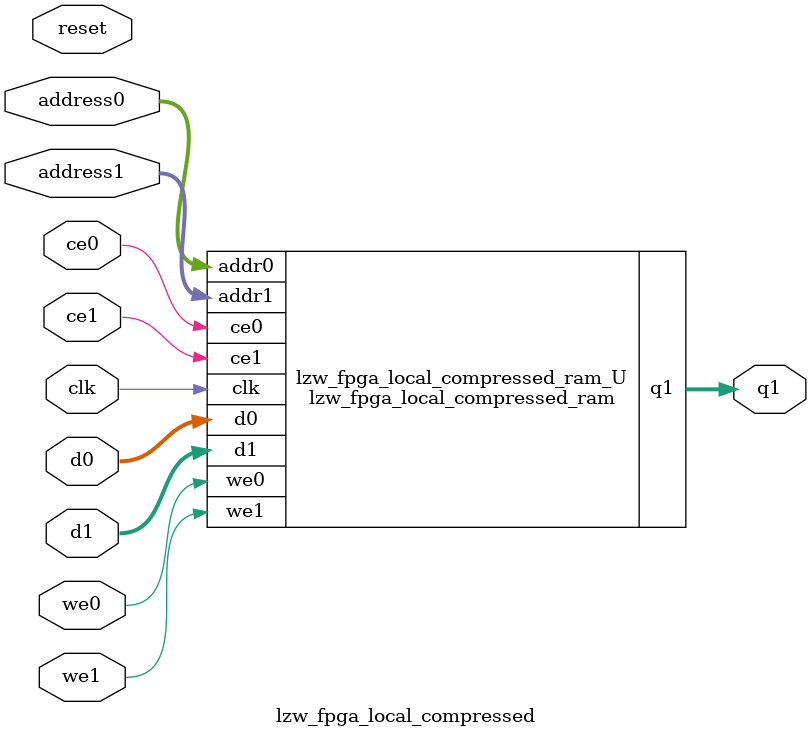
<source format=v>
`timescale 1 ns / 1 ps
module lzw_fpga_local_compressed_ram (addr0, ce0, d0, we0, addr1, ce1, d1, we1, q1,  clk);

parameter DWIDTH = 8;
parameter AWIDTH = 14;
parameter MEM_SIZE = 13312;

input[AWIDTH-1:0] addr0;
input ce0;
input[DWIDTH-1:0] d0;
input we0;
input[AWIDTH-1:0] addr1;
input ce1;
input[DWIDTH-1:0] d1;
input we1;
output reg[DWIDTH-1:0] q1;
input clk;

reg [DWIDTH-1:0] ram[0:MEM_SIZE-1];




always @(posedge clk)  
begin 
    if (ce0) begin
        if (we0) 
            ram[addr0] <= d0; 
    end
end


always @(posedge clk)  
begin 
    if (ce1) begin
        if (we1) 
            ram[addr1] <= d1; 
        q1 <= ram[addr1];
    end
end


endmodule

`timescale 1 ns / 1 ps
module lzw_fpga_local_compressed(
    reset,
    clk,
    address0,
    ce0,
    we0,
    d0,
    address1,
    ce1,
    we1,
    d1,
    q1);

parameter DataWidth = 32'd8;
parameter AddressRange = 32'd13312;
parameter AddressWidth = 32'd14;
input reset;
input clk;
input[AddressWidth - 1:0] address0;
input ce0;
input we0;
input[DataWidth - 1:0] d0;
input[AddressWidth - 1:0] address1;
input ce1;
input we1;
input[DataWidth - 1:0] d1;
output[DataWidth - 1:0] q1;



lzw_fpga_local_compressed_ram lzw_fpga_local_compressed_ram_U(
    .clk( clk ),
    .addr0( address0 ),
    .ce0( ce0 ),
    .we0( we0 ),
    .d0( d0 ),
    .addr1( address1 ),
    .ce1( ce1 ),
    .we1( we1 ),
    .d1( d1 ),
    .q1( q1 ));

endmodule


</source>
